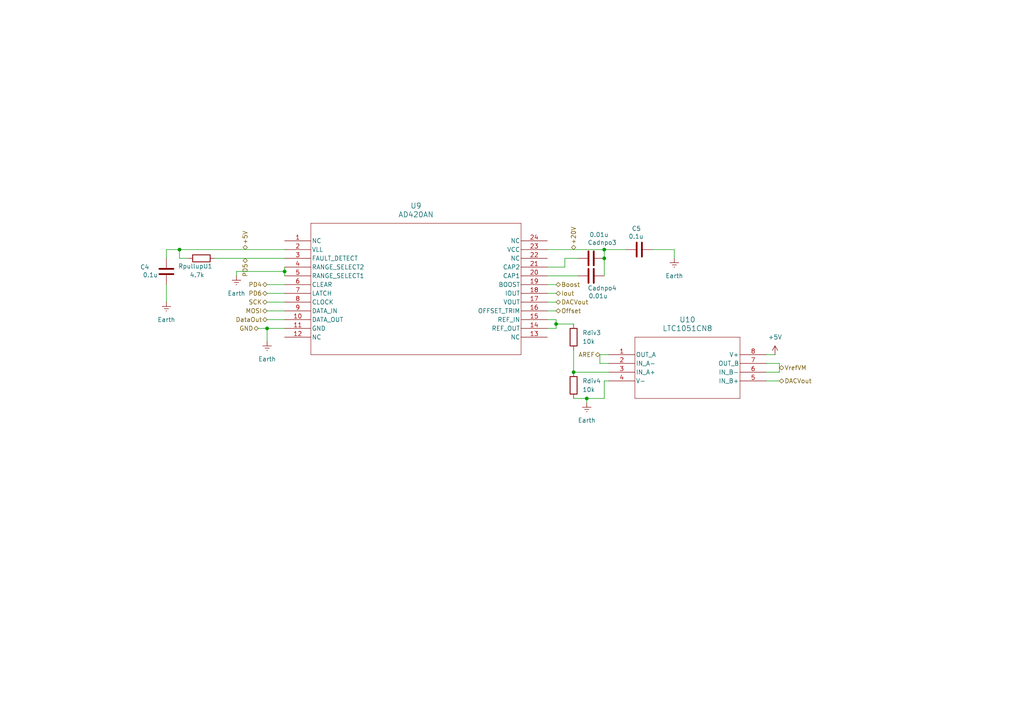
<source format=kicad_sch>
(kicad_sch
	(version 20250114)
	(generator "eeschema")
	(generator_version "9.0")
	(uuid "94a1409c-3a2b-4506-8a36-deb108f7f94d")
	(paper "A4")
	(lib_symbols
		(symbol "2025-06-17_04-55-43:LTC1051CN8-PBF"
			(pin_names
				(offset 0.254)
			)
			(exclude_from_sim no)
			(in_bom yes)
			(on_board yes)
			(property "Reference" "U"
				(at 22.86 10.16 0)
				(effects
					(font
						(size 1.524 1.524)
					)
				)
			)
			(property "Value" "LTC1051CN8-PBF"
				(at 22.86 7.62 0)
				(effects
					(font
						(size 1.524 1.524)
					)
				)
			)
			(property "Footprint" "PDIP-8_N_LIT"
				(at 0 0 0)
				(effects
					(font
						(size 1.27 1.27)
						(italic yes)
					)
					(hide yes)
				)
			)
			(property "Datasheet" "LTC1051CN8-PBF"
				(at 0 0 0)
				(effects
					(font
						(size 1.27 1.27)
						(italic yes)
					)
					(hide yes)
				)
			)
			(property "Description" ""
				(at 0 0 0)
				(effects
					(font
						(size 1.27 1.27)
					)
					(hide yes)
				)
			)
			(property "ki_locked" ""
				(at 0 0 0)
				(effects
					(font
						(size 1.27 1.27)
					)
				)
			)
			(property "ki_keywords" "LTC1051CN8#PBF"
				(at 0 0 0)
				(effects
					(font
						(size 1.27 1.27)
					)
					(hide yes)
				)
			)
			(property "ki_fp_filters" "PDIP-8_N_LIT"
				(at 0 0 0)
				(effects
					(font
						(size 1.27 1.27)
					)
					(hide yes)
				)
			)
			(symbol "LTC1051CN8-PBF_0_1"
				(polyline
					(pts
						(xy 7.62 5.08) (xy 7.62 -12.7)
					)
					(stroke
						(width 0.127)
						(type default)
					)
					(fill
						(type none)
					)
				)
				(polyline
					(pts
						(xy 7.62 -12.7) (xy 38.1 -12.7)
					)
					(stroke
						(width 0.127)
						(type default)
					)
					(fill
						(type none)
					)
				)
				(polyline
					(pts
						(xy 38.1 5.08) (xy 7.62 5.08)
					)
					(stroke
						(width 0.127)
						(type default)
					)
					(fill
						(type none)
					)
				)
				(polyline
					(pts
						(xy 38.1 -12.7) (xy 38.1 5.08)
					)
					(stroke
						(width 0.127)
						(type default)
					)
					(fill
						(type none)
					)
				)
				(pin output line
					(at 0 0 0)
					(length 7.62)
					(name "OUT_A"
						(effects
							(font
								(size 1.27 1.27)
							)
						)
					)
					(number "1"
						(effects
							(font
								(size 1.27 1.27)
							)
						)
					)
				)
				(pin input line
					(at 0 -2.54 0)
					(length 7.62)
					(name "IN_A-"
						(effects
							(font
								(size 1.27 1.27)
							)
						)
					)
					(number "2"
						(effects
							(font
								(size 1.27 1.27)
							)
						)
					)
				)
				(pin input line
					(at 0 -5.08 0)
					(length 7.62)
					(name "IN_A+"
						(effects
							(font
								(size 1.27 1.27)
							)
						)
					)
					(number "3"
						(effects
							(font
								(size 1.27 1.27)
							)
						)
					)
				)
				(pin power_in line
					(at 0 -7.62 0)
					(length 7.62)
					(name "V-"
						(effects
							(font
								(size 1.27 1.27)
							)
						)
					)
					(number "4"
						(effects
							(font
								(size 1.27 1.27)
							)
						)
					)
				)
				(pin power_in line
					(at 45.72 0 180)
					(length 7.62)
					(name "V+"
						(effects
							(font
								(size 1.27 1.27)
							)
						)
					)
					(number "8"
						(effects
							(font
								(size 1.27 1.27)
							)
						)
					)
				)
				(pin output line
					(at 45.72 -2.54 180)
					(length 7.62)
					(name "OUT_B"
						(effects
							(font
								(size 1.27 1.27)
							)
						)
					)
					(number "7"
						(effects
							(font
								(size 1.27 1.27)
							)
						)
					)
				)
				(pin input line
					(at 45.72 -5.08 180)
					(length 7.62)
					(name "IN_B-"
						(effects
							(font
								(size 1.27 1.27)
							)
						)
					)
					(number "6"
						(effects
							(font
								(size 1.27 1.27)
							)
						)
					)
				)
				(pin input line
					(at 45.72 -7.62 180)
					(length 7.62)
					(name "IN_B+"
						(effects
							(font
								(size 1.27 1.27)
							)
						)
					)
					(number "5"
						(effects
							(font
								(size 1.27 1.27)
							)
						)
					)
				)
			)
			(embedded_fonts no)
		)
		(symbol "2025-06-17_05-34-44:AD420ANZ-32"
			(pin_names
				(offset 0.254)
			)
			(exclude_from_sim no)
			(in_bom yes)
			(on_board yes)
			(property "Reference" "U"
				(at 38.1 10.16 0)
				(effects
					(font
						(size 1.524 1.524)
					)
				)
			)
			(property "Value" "AD420ANZ-32"
				(at 38.1 7.62 0)
				(effects
					(font
						(size 1.524 1.524)
					)
				)
			)
			(property "Footprint" "N_24_1_ADI"
				(at 0 0 0)
				(effects
					(font
						(size 1.27 1.27)
						(italic yes)
					)
					(hide yes)
				)
			)
			(property "Datasheet" "AD420ANZ-32"
				(at 0 0 0)
				(effects
					(font
						(size 1.27 1.27)
						(italic yes)
					)
					(hide yes)
				)
			)
			(property "Description" ""
				(at 0 0 0)
				(effects
					(font
						(size 1.27 1.27)
					)
					(hide yes)
				)
			)
			(property "ki_locked" ""
				(at 0 0 0)
				(effects
					(font
						(size 1.27 1.27)
					)
				)
			)
			(property "ki_keywords" "AD420ANZ-32"
				(at 0 0 0)
				(effects
					(font
						(size 1.27 1.27)
					)
					(hide yes)
				)
			)
			(property "ki_fp_filters" "N_24_1_ADI"
				(at 0 0 0)
				(effects
					(font
						(size 1.27 1.27)
					)
					(hide yes)
				)
			)
			(symbol "AD420ANZ-32_0_1"
				(polyline
					(pts
						(xy 7.62 5.08) (xy 7.62 -33.02)
					)
					(stroke
						(width 0.127)
						(type default)
					)
					(fill
						(type none)
					)
				)
				(polyline
					(pts
						(xy 7.62 -33.02) (xy 68.58 -33.02)
					)
					(stroke
						(width 0.127)
						(type default)
					)
					(fill
						(type none)
					)
				)
				(polyline
					(pts
						(xy 68.58 5.08) (xy 7.62 5.08)
					)
					(stroke
						(width 0.127)
						(type default)
					)
					(fill
						(type none)
					)
				)
				(polyline
					(pts
						(xy 68.58 -33.02) (xy 68.58 5.08)
					)
					(stroke
						(width 0.127)
						(type default)
					)
					(fill
						(type none)
					)
				)
				(pin unspecified line
					(at 0 0 0)
					(length 7.62)
					(name "NC"
						(effects
							(font
								(size 1.27 1.27)
							)
						)
					)
					(number "1"
						(effects
							(font
								(size 1.27 1.27)
							)
						)
					)
				)
				(pin power_in line
					(at 0 -2.54 0)
					(length 7.62)
					(name "VLL"
						(effects
							(font
								(size 1.27 1.27)
							)
						)
					)
					(number "2"
						(effects
							(font
								(size 1.27 1.27)
							)
						)
					)
				)
				(pin unspecified line
					(at 0 -5.08 0)
					(length 7.62)
					(name "FAULT_DETECT"
						(effects
							(font
								(size 1.27 1.27)
							)
						)
					)
					(number "3"
						(effects
							(font
								(size 1.27 1.27)
							)
						)
					)
				)
				(pin unspecified line
					(at 0 -7.62 0)
					(length 7.62)
					(name "RANGE_SELECT2"
						(effects
							(font
								(size 1.27 1.27)
							)
						)
					)
					(number "4"
						(effects
							(font
								(size 1.27 1.27)
							)
						)
					)
				)
				(pin unspecified line
					(at 0 -10.16 0)
					(length 7.62)
					(name "RANGE_SELECT1"
						(effects
							(font
								(size 1.27 1.27)
							)
						)
					)
					(number "5"
						(effects
							(font
								(size 1.27 1.27)
							)
						)
					)
				)
				(pin unspecified line
					(at 0 -12.7 0)
					(length 7.62)
					(name "CLEAR"
						(effects
							(font
								(size 1.27 1.27)
							)
						)
					)
					(number "6"
						(effects
							(font
								(size 1.27 1.27)
							)
						)
					)
				)
				(pin unspecified line
					(at 0 -15.24 0)
					(length 7.62)
					(name "LATCH"
						(effects
							(font
								(size 1.27 1.27)
							)
						)
					)
					(number "7"
						(effects
							(font
								(size 1.27 1.27)
							)
						)
					)
				)
				(pin unspecified line
					(at 0 -17.78 0)
					(length 7.62)
					(name "CLOCK"
						(effects
							(font
								(size 1.27 1.27)
							)
						)
					)
					(number "8"
						(effects
							(font
								(size 1.27 1.27)
							)
						)
					)
				)
				(pin unspecified line
					(at 0 -20.32 0)
					(length 7.62)
					(name "DATA_IN"
						(effects
							(font
								(size 1.27 1.27)
							)
						)
					)
					(number "9"
						(effects
							(font
								(size 1.27 1.27)
							)
						)
					)
				)
				(pin unspecified line
					(at 0 -22.86 0)
					(length 7.62)
					(name "DATA_OUT"
						(effects
							(font
								(size 1.27 1.27)
							)
						)
					)
					(number "10"
						(effects
							(font
								(size 1.27 1.27)
							)
						)
					)
				)
				(pin unspecified line
					(at 0 -25.4 0)
					(length 7.62)
					(name "GND"
						(effects
							(font
								(size 1.27 1.27)
							)
						)
					)
					(number "11"
						(effects
							(font
								(size 1.27 1.27)
							)
						)
					)
				)
				(pin unspecified line
					(at 0 -27.94 0)
					(length 7.62)
					(name "NC"
						(effects
							(font
								(size 1.27 1.27)
							)
						)
					)
					(number "12"
						(effects
							(font
								(size 1.27 1.27)
							)
						)
					)
				)
				(pin unspecified line
					(at 76.2 0 180)
					(length 7.62)
					(name "NC"
						(effects
							(font
								(size 1.27 1.27)
							)
						)
					)
					(number "24"
						(effects
							(font
								(size 1.27 1.27)
							)
						)
					)
				)
				(pin power_in line
					(at 76.2 -2.54 180)
					(length 7.62)
					(name "VCC"
						(effects
							(font
								(size 1.27 1.27)
							)
						)
					)
					(number "23"
						(effects
							(font
								(size 1.27 1.27)
							)
						)
					)
				)
				(pin unspecified line
					(at 76.2 -5.08 180)
					(length 7.62)
					(name "NC"
						(effects
							(font
								(size 1.27 1.27)
							)
						)
					)
					(number "22"
						(effects
							(font
								(size 1.27 1.27)
							)
						)
					)
				)
				(pin unspecified line
					(at 76.2 -7.62 180)
					(length 7.62)
					(name "CAP2"
						(effects
							(font
								(size 1.27 1.27)
							)
						)
					)
					(number "21"
						(effects
							(font
								(size 1.27 1.27)
							)
						)
					)
				)
				(pin unspecified line
					(at 76.2 -10.16 180)
					(length 7.62)
					(name "CAP1"
						(effects
							(font
								(size 1.27 1.27)
							)
						)
					)
					(number "20"
						(effects
							(font
								(size 1.27 1.27)
							)
						)
					)
				)
				(pin unspecified line
					(at 76.2 -12.7 180)
					(length 7.62)
					(name "BOOST"
						(effects
							(font
								(size 1.27 1.27)
							)
						)
					)
					(number "19"
						(effects
							(font
								(size 1.27 1.27)
							)
						)
					)
				)
				(pin unspecified line
					(at 76.2 -15.24 180)
					(length 7.62)
					(name "IOUT"
						(effects
							(font
								(size 1.27 1.27)
							)
						)
					)
					(number "18"
						(effects
							(font
								(size 1.27 1.27)
							)
						)
					)
				)
				(pin unspecified line
					(at 76.2 -17.78 180)
					(length 7.62)
					(name "VOUT"
						(effects
							(font
								(size 1.27 1.27)
							)
						)
					)
					(number "17"
						(effects
							(font
								(size 1.27 1.27)
							)
						)
					)
				)
				(pin unspecified line
					(at 76.2 -20.32 180)
					(length 7.62)
					(name "OFFSET_TRIM"
						(effects
							(font
								(size 1.27 1.27)
							)
						)
					)
					(number "16"
						(effects
							(font
								(size 1.27 1.27)
							)
						)
					)
				)
				(pin unspecified line
					(at 76.2 -22.86 180)
					(length 7.62)
					(name "REF_IN"
						(effects
							(font
								(size 1.27 1.27)
							)
						)
					)
					(number "15"
						(effects
							(font
								(size 1.27 1.27)
							)
						)
					)
				)
				(pin unspecified line
					(at 76.2 -25.4 180)
					(length 7.62)
					(name "REF_OUT"
						(effects
							(font
								(size 1.27 1.27)
							)
						)
					)
					(number "14"
						(effects
							(font
								(size 1.27 1.27)
							)
						)
					)
				)
				(pin unspecified line
					(at 76.2 -27.94 180)
					(length 7.62)
					(name "NC"
						(effects
							(font
								(size 1.27 1.27)
							)
						)
					)
					(number "13"
						(effects
							(font
								(size 1.27 1.27)
							)
						)
					)
				)
			)
			(embedded_fonts no)
		)
		(symbol "Device:C"
			(pin_numbers
				(hide yes)
			)
			(pin_names
				(offset 0.254)
			)
			(exclude_from_sim no)
			(in_bom yes)
			(on_board yes)
			(property "Reference" "C"
				(at 0.635 2.54 0)
				(effects
					(font
						(size 1.27 1.27)
					)
					(justify left)
				)
			)
			(property "Value" "C"
				(at 0.635 -2.54 0)
				(effects
					(font
						(size 1.27 1.27)
					)
					(justify left)
				)
			)
			(property "Footprint" ""
				(at 0.9652 -3.81 0)
				(effects
					(font
						(size 1.27 1.27)
					)
					(hide yes)
				)
			)
			(property "Datasheet" "~"
				(at 0 0 0)
				(effects
					(font
						(size 1.27 1.27)
					)
					(hide yes)
				)
			)
			(property "Description" "Unpolarized capacitor"
				(at 0 0 0)
				(effects
					(font
						(size 1.27 1.27)
					)
					(hide yes)
				)
			)
			(property "ki_keywords" "cap capacitor"
				(at 0 0 0)
				(effects
					(font
						(size 1.27 1.27)
					)
					(hide yes)
				)
			)
			(property "ki_fp_filters" "C_*"
				(at 0 0 0)
				(effects
					(font
						(size 1.27 1.27)
					)
					(hide yes)
				)
			)
			(symbol "C_0_1"
				(polyline
					(pts
						(xy -2.032 0.762) (xy 2.032 0.762)
					)
					(stroke
						(width 0.508)
						(type default)
					)
					(fill
						(type none)
					)
				)
				(polyline
					(pts
						(xy -2.032 -0.762) (xy 2.032 -0.762)
					)
					(stroke
						(width 0.508)
						(type default)
					)
					(fill
						(type none)
					)
				)
			)
			(symbol "C_1_1"
				(pin passive line
					(at 0 3.81 270)
					(length 2.794)
					(name "~"
						(effects
							(font
								(size 1.27 1.27)
							)
						)
					)
					(number "1"
						(effects
							(font
								(size 1.27 1.27)
							)
						)
					)
				)
				(pin passive line
					(at 0 -3.81 90)
					(length 2.794)
					(name "~"
						(effects
							(font
								(size 1.27 1.27)
							)
						)
					)
					(number "2"
						(effects
							(font
								(size 1.27 1.27)
							)
						)
					)
				)
			)
			(embedded_fonts no)
		)
		(symbol "Device:R"
			(pin_numbers
				(hide yes)
			)
			(pin_names
				(offset 0)
			)
			(exclude_from_sim no)
			(in_bom yes)
			(on_board yes)
			(property "Reference" "R"
				(at 2.54 0 90)
				(effects
					(font
						(size 1.27 1.27)
					)
				)
			)
			(property "Value" "R"
				(at 0 0 90)
				(effects
					(font
						(size 1.27 1.27)
					)
				)
			)
			(property "Footprint" ""
				(at -1.778 0 90)
				(effects
					(font
						(size 1.27 1.27)
					)
					(hide yes)
				)
			)
			(property "Datasheet" "~"
				(at 0 0 0)
				(effects
					(font
						(size 1.27 1.27)
					)
					(hide yes)
				)
			)
			(property "Description" "Resistor"
				(at 5.842 2.032 0)
				(effects
					(font
						(size 1.27 1.27)
					)
					(hide yes)
				)
			)
			(property "ki_keywords" "R res resistor"
				(at 0 0 0)
				(effects
					(font
						(size 1.27 1.27)
					)
					(hide yes)
				)
			)
			(property "ki_fp_filters" "R_*"
				(at 0 0 0)
				(effects
					(font
						(size 1.27 1.27)
					)
					(hide yes)
				)
			)
			(symbol "R_0_1"
				(rectangle
					(start -1.016 -2.54)
					(end 1.016 2.54)
					(stroke
						(width 0.254)
						(type default)
					)
					(fill
						(type none)
					)
				)
			)
			(symbol "R_1_1"
				(pin passive line
					(at 0 3.81 270)
					(length 1.27)
					(name "~"
						(effects
							(font
								(size 1.27 1.27)
							)
						)
					)
					(number "1"
						(effects
							(font
								(size 1.27 1.27)
							)
						)
					)
				)
				(pin passive line
					(at 0 -3.81 90)
					(length 1.27)
					(name "~"
						(effects
							(font
								(size 1.27 1.27)
							)
						)
					)
					(number "2"
						(effects
							(font
								(size 1.27 1.27)
							)
						)
					)
				)
			)
			(embedded_fonts no)
		)
		(symbol "power:+5V"
			(power)
			(pin_numbers
				(hide yes)
			)
			(pin_names
				(offset 0)
				(hide yes)
			)
			(exclude_from_sim no)
			(in_bom yes)
			(on_board yes)
			(property "Reference" "#PWR"
				(at 0 -3.81 0)
				(effects
					(font
						(size 1.27 1.27)
					)
					(hide yes)
				)
			)
			(property "Value" "+5V"
				(at 0 3.556 0)
				(effects
					(font
						(size 1.27 1.27)
					)
				)
			)
			(property "Footprint" ""
				(at 0 0 0)
				(effects
					(font
						(size 1.27 1.27)
					)
					(hide yes)
				)
			)
			(property "Datasheet" ""
				(at 0 0 0)
				(effects
					(font
						(size 1.27 1.27)
					)
					(hide yes)
				)
			)
			(property "Description" "Power symbol creates a global label with name \"+5V\""
				(at 0 0 0)
				(effects
					(font
						(size 1.27 1.27)
					)
					(hide yes)
				)
			)
			(property "ki_keywords" "global power"
				(at 0 0 0)
				(effects
					(font
						(size 1.27 1.27)
					)
					(hide yes)
				)
			)
			(symbol "+5V_0_1"
				(polyline
					(pts
						(xy -0.762 1.27) (xy 0 2.54)
					)
					(stroke
						(width 0)
						(type default)
					)
					(fill
						(type none)
					)
				)
				(polyline
					(pts
						(xy 0 2.54) (xy 0.762 1.27)
					)
					(stroke
						(width 0)
						(type default)
					)
					(fill
						(type none)
					)
				)
				(polyline
					(pts
						(xy 0 0) (xy 0 2.54)
					)
					(stroke
						(width 0)
						(type default)
					)
					(fill
						(type none)
					)
				)
			)
			(symbol "+5V_1_1"
				(pin power_in line
					(at 0 0 90)
					(length 0)
					(name "~"
						(effects
							(font
								(size 1.27 1.27)
							)
						)
					)
					(number "1"
						(effects
							(font
								(size 1.27 1.27)
							)
						)
					)
				)
			)
			(embedded_fonts no)
		)
		(symbol "power:Earth"
			(power)
			(pin_numbers
				(hide yes)
			)
			(pin_names
				(offset 0)
				(hide yes)
			)
			(exclude_from_sim no)
			(in_bom yes)
			(on_board yes)
			(property "Reference" "#PWR"
				(at 0 -6.35 0)
				(effects
					(font
						(size 1.27 1.27)
					)
					(hide yes)
				)
			)
			(property "Value" "Earth"
				(at 0 -3.81 0)
				(effects
					(font
						(size 1.27 1.27)
					)
				)
			)
			(property "Footprint" ""
				(at 0 0 0)
				(effects
					(font
						(size 1.27 1.27)
					)
					(hide yes)
				)
			)
			(property "Datasheet" "~"
				(at 0 0 0)
				(effects
					(font
						(size 1.27 1.27)
					)
					(hide yes)
				)
			)
			(property "Description" "Power symbol creates a global label with name \"Earth\""
				(at 0 0 0)
				(effects
					(font
						(size 1.27 1.27)
					)
					(hide yes)
				)
			)
			(property "ki_keywords" "global ground gnd"
				(at 0 0 0)
				(effects
					(font
						(size 1.27 1.27)
					)
					(hide yes)
				)
			)
			(symbol "Earth_0_1"
				(polyline
					(pts
						(xy -0.635 -1.905) (xy 0.635 -1.905)
					)
					(stroke
						(width 0)
						(type default)
					)
					(fill
						(type none)
					)
				)
				(polyline
					(pts
						(xy -0.127 -2.54) (xy 0.127 -2.54)
					)
					(stroke
						(width 0)
						(type default)
					)
					(fill
						(type none)
					)
				)
				(polyline
					(pts
						(xy 0 -1.27) (xy 0 0)
					)
					(stroke
						(width 0)
						(type default)
					)
					(fill
						(type none)
					)
				)
				(polyline
					(pts
						(xy 1.27 -1.27) (xy -1.27 -1.27)
					)
					(stroke
						(width 0)
						(type default)
					)
					(fill
						(type none)
					)
				)
			)
			(symbol "Earth_1_1"
				(pin power_in line
					(at 0 0 270)
					(length 0)
					(name "~"
						(effects
							(font
								(size 1.27 1.27)
							)
						)
					)
					(number "1"
						(effects
							(font
								(size 1.27 1.27)
							)
						)
					)
				)
			)
			(embedded_fonts no)
		)
	)
	(junction
		(at 170.18 115.57)
		(diameter 0)
		(color 0 0 0 0)
		(uuid "0608b120-37f5-44a1-9bc3-fdee8259e5dd")
	)
	(junction
		(at 52.07 72.39)
		(diameter 0)
		(color 0 0 0 0)
		(uuid "3dd6a81d-0b25-4d2f-8112-72b80e57bb98")
	)
	(junction
		(at 166.37 107.95)
		(diameter 0)
		(color 0 0 0 0)
		(uuid "44beae4d-d168-40b1-89c0-e6fa07ebd91a")
	)
	(junction
		(at 175.26 72.39)
		(diameter 0)
		(color 0 0 0 0)
		(uuid "4d25c2af-47bd-4b1f-959a-e941c39926f1")
	)
	(junction
		(at 161.29 93.98)
		(diameter 0)
		(color 0 0 0 0)
		(uuid "6f49ef02-4cae-4f64-ab84-8d64f480af04")
	)
	(junction
		(at 77.47 95.25)
		(diameter 0)
		(color 0 0 0 0)
		(uuid "8cefa89f-f8e5-427a-96cb-6643ba7f38ff")
	)
	(junction
		(at 175.26 74.93)
		(diameter 0)
		(color 0 0 0 0)
		(uuid "bab4582c-0ce4-4d38-8971-173c83627d74")
	)
	(junction
		(at 82.55 78.74)
		(diameter 0)
		(color 0 0 0 0)
		(uuid "e5e125f9-9365-4f08-b343-e7b8abfbb0b1")
	)
	(wire
		(pts
			(xy 158.75 72.39) (xy 175.26 72.39)
		)
		(stroke
			(width 0)
			(type default)
		)
		(uuid "04c4ef7e-ae7e-41fb-b818-dbbb62d796b6")
	)
	(wire
		(pts
			(xy 161.29 95.25) (xy 158.75 95.25)
		)
		(stroke
			(width 0)
			(type default)
		)
		(uuid "13cd024d-5cd3-4f0b-9b47-35b4b59550df")
	)
	(wire
		(pts
			(xy 158.75 80.01) (xy 167.64 80.01)
		)
		(stroke
			(width 0)
			(type default)
		)
		(uuid "15baef3c-56d4-4319-aced-c772ab4dffcd")
	)
	(wire
		(pts
			(xy 163.83 74.93) (xy 167.64 74.93)
		)
		(stroke
			(width 0)
			(type default)
		)
		(uuid "197100d6-b2a5-4d0b-9ea4-af899ca5fa93")
	)
	(wire
		(pts
			(xy 175.26 110.49) (xy 175.26 115.57)
		)
		(stroke
			(width 0)
			(type default)
		)
		(uuid "1a11f9b5-1345-4920-81d8-c863e4882503")
	)
	(wire
		(pts
			(xy 77.47 82.55) (xy 82.55 82.55)
		)
		(stroke
			(width 0)
			(type default)
		)
		(uuid "23042fca-9780-4aa3-b5fc-3773bdf3214e")
	)
	(wire
		(pts
			(xy 173.99 105.41) (xy 173.99 102.87)
		)
		(stroke
			(width 0)
			(type default)
		)
		(uuid "268f39c2-b1f8-4184-85aa-9e3339d23e19")
	)
	(wire
		(pts
			(xy 48.26 72.39) (xy 52.07 72.39)
		)
		(stroke
			(width 0)
			(type default)
		)
		(uuid "2fa187bf-4ece-4a07-a347-bbafa8ad95f3")
	)
	(wire
		(pts
			(xy 170.18 115.57) (xy 170.18 116.84)
		)
		(stroke
			(width 0)
			(type default)
		)
		(uuid "36465b46-e03e-4202-bd27-e0cf5fbf672b")
	)
	(wire
		(pts
			(xy 175.26 72.39) (xy 181.61 72.39)
		)
		(stroke
			(width 0)
			(type default)
		)
		(uuid "4008f4ed-2b7f-4d9e-9dac-7fb3d6ff8517")
	)
	(wire
		(pts
			(xy 161.29 93.98) (xy 161.29 95.25)
		)
		(stroke
			(width 0)
			(type default)
		)
		(uuid "46f19d99-1812-40c4-b1da-c4c8a08c855d")
	)
	(wire
		(pts
			(xy 195.58 72.39) (xy 195.58 74.93)
		)
		(stroke
			(width 0)
			(type default)
		)
		(uuid "4d905578-4750-49bc-b8ed-3da51a4d8a55")
	)
	(wire
		(pts
			(xy 48.26 72.39) (xy 48.26 74.93)
		)
		(stroke
			(width 0)
			(type default)
		)
		(uuid "4f8385f9-9bfe-42c8-8361-5b277d7b91fc")
	)
	(wire
		(pts
			(xy 77.47 95.25) (xy 82.55 95.25)
		)
		(stroke
			(width 0)
			(type default)
		)
		(uuid "55d11474-8459-4134-a241-85ccf425664a")
	)
	(wire
		(pts
			(xy 68.58 78.74) (xy 82.55 78.74)
		)
		(stroke
			(width 0)
			(type default)
		)
		(uuid "60f9d344-15e3-43f6-a9eb-dcff1a2cdfc2")
	)
	(wire
		(pts
			(xy 82.55 78.74) (xy 82.55 80.01)
		)
		(stroke
			(width 0)
			(type default)
		)
		(uuid "63b64ecd-f75b-4014-86a2-8c535c988567")
	)
	(wire
		(pts
			(xy 77.47 92.71) (xy 82.55 92.71)
		)
		(stroke
			(width 0)
			(type default)
		)
		(uuid "646e38ca-ce15-4f87-b962-f5023b03009e")
	)
	(wire
		(pts
			(xy 222.25 102.87) (xy 224.79 102.87)
		)
		(stroke
			(width 0)
			(type default)
		)
		(uuid "692debf0-681a-4478-b079-f35376ae96f7")
	)
	(wire
		(pts
			(xy 175.26 74.93) (xy 175.26 80.01)
		)
		(stroke
			(width 0)
			(type default)
		)
		(uuid "7205518e-1e8b-4a87-9518-2aaae07c02f9")
	)
	(wire
		(pts
			(xy 52.07 72.39) (xy 52.07 74.93)
		)
		(stroke
			(width 0)
			(type default)
		)
		(uuid "77e1a81d-d4bc-4052-8fdf-54242b7e9cb2")
	)
	(wire
		(pts
			(xy 74.93 95.25) (xy 77.47 95.25)
		)
		(stroke
			(width 0)
			(type default)
		)
		(uuid "7adb4549-e839-4ad5-8f75-dbbb16faf8c1")
	)
	(wire
		(pts
			(xy 176.53 105.41) (xy 173.99 105.41)
		)
		(stroke
			(width 0)
			(type default)
		)
		(uuid "7f5752f6-c623-4285-b5d3-fd40f2732115")
	)
	(wire
		(pts
			(xy 173.99 102.87) (xy 176.53 102.87)
		)
		(stroke
			(width 0)
			(type default)
		)
		(uuid "8363dffd-f3c2-4161-b769-e08343db3e22")
	)
	(wire
		(pts
			(xy 176.53 107.95) (xy 166.37 107.95)
		)
		(stroke
			(width 0)
			(type default)
		)
		(uuid "85ccb1e0-4b46-4df7-b8b1-15a6838e3b12")
	)
	(wire
		(pts
			(xy 82.55 77.47) (xy 82.55 78.74)
		)
		(stroke
			(width 0)
			(type default)
		)
		(uuid "866aa37a-1a1f-4f69-9588-a4513ecf373c")
	)
	(wire
		(pts
			(xy 68.58 78.74) (xy 68.58 80.01)
		)
		(stroke
			(width 0)
			(type default)
		)
		(uuid "873e3546-e439-4163-a2ec-590812c20e05")
	)
	(wire
		(pts
			(xy 158.75 90.17) (xy 161.29 90.17)
		)
		(stroke
			(width 0)
			(type default)
		)
		(uuid "874590e4-3a15-4c31-954e-6868efeeb843")
	)
	(wire
		(pts
			(xy 77.47 90.17) (xy 82.55 90.17)
		)
		(stroke
			(width 0)
			(type default)
		)
		(uuid "8fdf4a65-dbec-44c2-8256-c6bbfd72d88c")
	)
	(wire
		(pts
			(xy 158.75 92.71) (xy 161.29 92.71)
		)
		(stroke
			(width 0)
			(type default)
		)
		(uuid "9003754b-173a-4c11-b89b-87935c9da86b")
	)
	(wire
		(pts
			(xy 48.26 82.55) (xy 48.26 87.63)
		)
		(stroke
			(width 0)
			(type default)
		)
		(uuid "9370c5aa-d234-4335-80ce-002ceb0b83b7")
	)
	(wire
		(pts
			(xy 52.07 72.39) (xy 82.55 72.39)
		)
		(stroke
			(width 0)
			(type default)
		)
		(uuid "9e23c5ef-ef71-4cca-9932-987e0f2134ff")
	)
	(wire
		(pts
			(xy 158.75 82.55) (xy 161.29 82.55)
		)
		(stroke
			(width 0)
			(type default)
		)
		(uuid "ac465d2e-c9ee-4fba-a391-5bf0371a25c0")
	)
	(wire
		(pts
			(xy 158.75 87.63) (xy 161.29 87.63)
		)
		(stroke
			(width 0)
			(type default)
		)
		(uuid "b2d9990f-8db4-418a-a719-a0e7934fc080")
	)
	(wire
		(pts
			(xy 161.29 92.71) (xy 161.29 93.98)
		)
		(stroke
			(width 0)
			(type default)
		)
		(uuid "b718b6c6-90e4-4726-a431-dde538442881")
	)
	(wire
		(pts
			(xy 161.29 93.98) (xy 166.37 93.98)
		)
		(stroke
			(width 0)
			(type default)
		)
		(uuid "b8baf57b-2505-4fdc-9584-871d556b9e66")
	)
	(wire
		(pts
			(xy 175.26 110.49) (xy 176.53 110.49)
		)
		(stroke
			(width 0)
			(type default)
		)
		(uuid "bbdbedf8-c1bb-4f1a-8c3f-6e4f776f07cf")
	)
	(wire
		(pts
			(xy 226.06 105.41) (xy 226.06 107.95)
		)
		(stroke
			(width 0)
			(type default)
		)
		(uuid "c3478b2a-e3ee-4a50-a615-510587f984f8")
	)
	(wire
		(pts
			(xy 166.37 115.57) (xy 170.18 115.57)
		)
		(stroke
			(width 0)
			(type default)
		)
		(uuid "c632ba2d-5688-43f9-912f-b9f6e8917e0c")
	)
	(wire
		(pts
			(xy 158.75 85.09) (xy 161.29 85.09)
		)
		(stroke
			(width 0)
			(type default)
		)
		(uuid "c93e1249-8206-449b-a354-0c0446482fae")
	)
	(wire
		(pts
			(xy 52.07 74.93) (xy 54.61 74.93)
		)
		(stroke
			(width 0)
			(type default)
		)
		(uuid "cb7a8261-6fe1-42d0-a45a-ea085189e8eb")
	)
	(wire
		(pts
			(xy 222.25 107.95) (xy 226.06 107.95)
		)
		(stroke
			(width 0)
			(type default)
		)
		(uuid "cf5674c4-8e9f-4f4a-b153-18ea835797d5")
	)
	(wire
		(pts
			(xy 166.37 101.6) (xy 166.37 107.95)
		)
		(stroke
			(width 0)
			(type default)
		)
		(uuid "d073e749-c4cd-4ba5-9370-ff6e530be8a9")
	)
	(wire
		(pts
			(xy 77.47 99.06) (xy 77.47 95.25)
		)
		(stroke
			(width 0)
			(type default)
		)
		(uuid "d2af53d8-5b02-46ed-a31b-0d547ea55d4d")
	)
	(wire
		(pts
			(xy 222.25 105.41) (xy 226.06 105.41)
		)
		(stroke
			(width 0)
			(type default)
		)
		(uuid "ddf4e2ee-9b49-4a8e-bece-76bab14587d0")
	)
	(wire
		(pts
			(xy 175.26 74.93) (xy 175.26 72.39)
		)
		(stroke
			(width 0)
			(type default)
		)
		(uuid "e2cd1131-33f5-499d-afc4-0f354f8f7306")
	)
	(wire
		(pts
			(xy 170.18 115.57) (xy 175.26 115.57)
		)
		(stroke
			(width 0)
			(type default)
		)
		(uuid "e41fa08c-ecc9-4d35-b625-ad2224eda304")
	)
	(wire
		(pts
			(xy 77.47 87.63) (xy 82.55 87.63)
		)
		(stroke
			(width 0)
			(type default)
		)
		(uuid "ed0c4ce3-c171-4764-8291-dd5fa03b7e43")
	)
	(wire
		(pts
			(xy 163.83 77.47) (xy 163.83 74.93)
		)
		(stroke
			(width 0)
			(type default)
		)
		(uuid "ef163f43-6f56-47eb-abbd-6facc354e32e")
	)
	(wire
		(pts
			(xy 222.25 110.49) (xy 226.06 110.49)
		)
		(stroke
			(width 0)
			(type default)
		)
		(uuid "f107d534-75e0-48ad-8cc1-73c002f70f9e")
	)
	(wire
		(pts
			(xy 77.47 85.09) (xy 82.55 85.09)
		)
		(stroke
			(width 0)
			(type default)
		)
		(uuid "f1805943-7398-4d6a-b8b8-4b6a3c43f10e")
	)
	(wire
		(pts
			(xy 62.23 74.93) (xy 82.55 74.93)
		)
		(stroke
			(width 0)
			(type default)
		)
		(uuid "f36a5062-8404-493f-9cb5-4cdfbb08c116")
	)
	(wire
		(pts
			(xy 189.23 72.39) (xy 195.58 72.39)
		)
		(stroke
			(width 0)
			(type default)
		)
		(uuid "f5d3478b-d0d9-49a4-aa57-2359b122a9b4")
	)
	(wire
		(pts
			(xy 158.75 77.47) (xy 163.83 77.47)
		)
		(stroke
			(width 0)
			(type default)
		)
		(uuid "faa49016-8016-4af2-bdce-d3afc118bce4")
	)
	(hierarchical_label "AREF"
		(shape bidirectional)
		(at 173.99 102.87 180)
		(effects
			(font
				(size 1.27 1.27)
			)
			(justify right)
		)
		(uuid "0589f11d-2654-4188-9387-d455085e273f")
	)
	(hierarchical_label "SCK"
		(shape bidirectional)
		(at 77.47 87.63 180)
		(effects
			(font
				(size 1.27 1.27)
			)
			(justify right)
		)
		(uuid "177cdecb-6a2b-43ad-bd95-a562ba6add3b")
	)
	(hierarchical_label "MOSI"
		(shape bidirectional)
		(at 77.47 90.17 180)
		(effects
			(font
				(size 1.27 1.27)
			)
			(justify right)
		)
		(uuid "36f7103b-ab05-4c70-a855-96de76ef7a32")
	)
	(hierarchical_label "DACVout"
		(shape bidirectional)
		(at 226.06 110.49 0)
		(effects
			(font
				(size 1.27 1.27)
			)
			(justify left)
		)
		(uuid "3f900757-4bea-4268-b5f9-956b13e26172")
	)
	(hierarchical_label "PD5"
		(shape bidirectional)
		(at 71.12 74.93 270)
		(effects
			(font
				(size 1.27 1.27)
			)
			(justify right)
		)
		(uuid "443e33c7-a100-4b6e-a4c6-389c924176e2")
	)
	(hierarchical_label "DataOut"
		(shape bidirectional)
		(at 77.47 92.71 180)
		(effects
			(font
				(size 1.27 1.27)
			)
			(justify right)
		)
		(uuid "5e98db21-0fb6-4b45-ace3-ab02a1200e77")
	)
	(hierarchical_label "+5V"
		(shape bidirectional)
		(at 71.12 72.39 90)
		(effects
			(font
				(size 1.27 1.27)
			)
			(justify left)
		)
		(uuid "6319e994-caf2-4f17-98ea-bb3782bac074")
	)
	(hierarchical_label "DACVout"
		(shape bidirectional)
		(at 161.29 87.63 0)
		(effects
			(font
				(size 1.27 1.27)
			)
			(justify left)
		)
		(uuid "6f732a5d-5058-4853-bd8a-fbd6b5bc3f22")
	)
	(hierarchical_label "PD4"
		(shape bidirectional)
		(at 77.47 82.55 180)
		(effects
			(font
				(size 1.27 1.27)
			)
			(justify right)
		)
		(uuid "855ca46f-d57e-4fdf-96c7-6482252255c7")
	)
	(hierarchical_label "Offset"
		(shape bidirectional)
		(at 161.29 90.17 0)
		(effects
			(font
				(size 1.27 1.27)
			)
			(justify left)
		)
		(uuid "90ebd933-c669-4e48-9c1c-014903a38ef2")
	)
	(hierarchical_label "Boost"
		(shape bidirectional)
		(at 161.29 82.55 0)
		(effects
			(font
				(size 1.27 1.27)
			)
			(justify left)
		)
		(uuid "93694346-b1bf-4725-9557-02586f8f1393")
	)
	(hierarchical_label "VrefVM"
		(shape bidirectional)
		(at 226.06 106.68 0)
		(effects
			(font
				(size 1.27 1.27)
			)
			(justify left)
		)
		(uuid "9b29c17c-3268-40b2-bf3a-838e6a0ef6f8")
	)
	(hierarchical_label "GND"
		(shape bidirectional)
		(at 74.93 95.25 180)
		(effects
			(font
				(size 1.27 1.27)
			)
			(justify right)
		)
		(uuid "a3ebbbd6-7bf4-44d6-802d-aaff27fb6de7")
	)
	(hierarchical_label "+20V"
		(shape bidirectional)
		(at 166.37 72.39 90)
		(effects
			(font
				(size 1.27 1.27)
			)
			(justify left)
		)
		(uuid "b3cd6240-882f-4982-a3df-274c53426210")
	)
	(hierarchical_label "Iout"
		(shape bidirectional)
		(at 161.29 85.09 0)
		(effects
			(font
				(size 1.27 1.27)
			)
			(justify left)
		)
		(uuid "b73fddce-73e9-4c6f-b667-db7ce425b2fb")
	)
	(hierarchical_label "PD6"
		(shape bidirectional)
		(at 77.47 85.09 180)
		(effects
			(font
				(size 1.27 1.27)
			)
			(justify right)
		)
		(uuid "c8b5c915-319c-4a32-94a8-90a785cece08")
	)
	(symbol
		(lib_id "power:Earth")
		(at 77.47 99.06 0)
		(unit 1)
		(exclude_from_sim no)
		(in_bom yes)
		(on_board yes)
		(dnp no)
		(fields_autoplaced yes)
		(uuid "103ce340-c3a9-4ccb-9757-79a7d9b29bbe")
		(property "Reference" "#PWR038"
			(at 77.47 105.41 0)
			(effects
				(font
					(size 1.27 1.27)
				)
				(hide yes)
			)
		)
		(property "Value" "Earth"
			(at 77.47 104.14 0)
			(effects
				(font
					(size 1.27 1.27)
				)
			)
		)
		(property "Footprint" ""
			(at 77.47 99.06 0)
			(effects
				(font
					(size 1.27 1.27)
				)
				(hide yes)
			)
		)
		(property "Datasheet" "~"
			(at 77.47 99.06 0)
			(effects
				(font
					(size 1.27 1.27)
				)
				(hide yes)
			)
		)
		(property "Description" "Power symbol creates a global label with name \"Earth\""
			(at 77.47 99.06 0)
			(effects
				(font
					(size 1.27 1.27)
				)
				(hide yes)
			)
		)
		(pin "1"
			(uuid "7d88892c-1a3d-42a4-b5f5-b91a1afccd53")
		)
		(instances
			(project "Testingg"
				(path "/d079f0dd-1bb9-4c7d-8651-3665194d0900/1a0020cc-3815-4254-b521-7e4d7577876d"
					(reference "#PWR038")
					(unit 1)
				)
			)
		)
	)
	(symbol
		(lib_id "Device:C")
		(at 171.45 74.93 90)
		(unit 1)
		(exclude_from_sim no)
		(in_bom yes)
		(on_board yes)
		(dnp no)
		(uuid "123d4106-7551-4ff9-b67a-8b823f0299d0")
		(property "Reference" "Cadnpo3"
			(at 170.434 70.358 90)
			(effects
				(font
					(size 1.27 1.27)
				)
				(justify right)
			)
		)
		(property "Value" "0.01u"
			(at 170.942 68.072 90)
			(effects
				(font
					(size 1.27 1.27)
				)
				(justify right)
			)
		)
		(property "Footprint" "Capacitor_SMD:C_1206_3216Metric"
			(at 175.26 73.9648 0)
			(effects
				(font
					(size 1.27 1.27)
				)
				(hide yes)
			)
		)
		(property "Datasheet" "~"
			(at 171.45 74.93 0)
			(effects
				(font
					(size 1.27 1.27)
				)
				(hide yes)
			)
		)
		(property "Description" "Unpolarized capacitor"
			(at 171.45 74.93 0)
			(effects
				(font
					(size 1.27 1.27)
				)
				(hide yes)
			)
		)
		(pin "2"
			(uuid "4b98a878-0e16-48c3-91aa-7aa2fe3a52c1")
		)
		(pin "1"
			(uuid "cd9da54c-8752-4efd-9e34-95fe8ec85916")
		)
		(instances
			(project "Testingg"
				(path "/d079f0dd-1bb9-4c7d-8651-3665194d0900/1a0020cc-3815-4254-b521-7e4d7577876d"
					(reference "Cadnpo3")
					(unit 1)
				)
			)
		)
	)
	(symbol
		(lib_id "power:Earth")
		(at 170.18 116.84 0)
		(unit 1)
		(exclude_from_sim no)
		(in_bom yes)
		(on_board yes)
		(dnp no)
		(fields_autoplaced yes)
		(uuid "3d760a89-1ead-4aa8-81c3-6a67d002e9ad")
		(property "Reference" "#PWR015"
			(at 170.18 123.19 0)
			(effects
				(font
					(size 1.27 1.27)
				)
				(hide yes)
			)
		)
		(property "Value" "Earth"
			(at 170.18 121.92 0)
			(effects
				(font
					(size 1.27 1.27)
				)
			)
		)
		(property "Footprint" ""
			(at 170.18 116.84 0)
			(effects
				(font
					(size 1.27 1.27)
				)
				(hide yes)
			)
		)
		(property "Datasheet" "~"
			(at 170.18 116.84 0)
			(effects
				(font
					(size 1.27 1.27)
				)
				(hide yes)
			)
		)
		(property "Description" "Power symbol creates a global label with name \"Earth\""
			(at 170.18 116.84 0)
			(effects
				(font
					(size 1.27 1.27)
				)
				(hide yes)
			)
		)
		(pin "1"
			(uuid "686934ad-650b-46f0-8ca2-74c2f13d4164")
		)
		(instances
			(project "Testingg"
				(path "/d079f0dd-1bb9-4c7d-8651-3665194d0900/1a0020cc-3815-4254-b521-7e4d7577876d"
					(reference "#PWR015")
					(unit 1)
				)
			)
		)
	)
	(symbol
		(lib_id "power:Earth")
		(at 68.58 80.01 0)
		(unit 1)
		(exclude_from_sim no)
		(in_bom yes)
		(on_board yes)
		(dnp no)
		(fields_autoplaced yes)
		(uuid "3ea6cb79-e419-4e3f-926e-47900c34e02e")
		(property "Reference" "#PWR012"
			(at 68.58 86.36 0)
			(effects
				(font
					(size 1.27 1.27)
				)
				(hide yes)
			)
		)
		(property "Value" "Earth"
			(at 68.58 85.09 0)
			(effects
				(font
					(size 1.27 1.27)
				)
			)
		)
		(property "Footprint" ""
			(at 68.58 80.01 0)
			(effects
				(font
					(size 1.27 1.27)
				)
				(hide yes)
			)
		)
		(property "Datasheet" "~"
			(at 68.58 80.01 0)
			(effects
				(font
					(size 1.27 1.27)
				)
				(hide yes)
			)
		)
		(property "Description" "Power symbol creates a global label with name \"Earth\""
			(at 68.58 80.01 0)
			(effects
				(font
					(size 1.27 1.27)
				)
				(hide yes)
			)
		)
		(pin "1"
			(uuid "41a27b8c-76bb-41df-a667-031f2142217f")
		)
		(instances
			(project "Testingg"
				(path "/d079f0dd-1bb9-4c7d-8651-3665194d0900/1a0020cc-3815-4254-b521-7e4d7577876d"
					(reference "#PWR012")
					(unit 1)
				)
			)
		)
	)
	(symbol
		(lib_id "Device:C")
		(at 185.42 72.39 270)
		(unit 1)
		(exclude_from_sim no)
		(in_bom yes)
		(on_board yes)
		(dnp no)
		(uuid "40586b7c-b79a-4f7a-a5dc-b81e0354d4a8")
		(property "Reference" "C5"
			(at 185.928 66.294 90)
			(effects
				(font
					(size 1.27 1.27)
				)
				(justify right)
			)
		)
		(property "Value" "0.1u"
			(at 186.6899 68.58 90)
			(effects
				(font
					(size 1.27 1.27)
				)
				(justify right)
			)
		)
		(property "Footprint" "Capacitor_SMD:C_1206_3216Metric"
			(at 181.61 73.3552 0)
			(effects
				(font
					(size 1.27 1.27)
				)
				(hide yes)
			)
		)
		(property "Datasheet" "~"
			(at 185.42 72.39 0)
			(effects
				(font
					(size 1.27 1.27)
				)
				(hide yes)
			)
		)
		(property "Description" "Unpolarized capacitor"
			(at 185.42 72.39 0)
			(effects
				(font
					(size 1.27 1.27)
				)
				(hide yes)
			)
		)
		(pin "2"
			(uuid "9d12016a-ecbb-4c00-9276-487a8a9efdf7")
		)
		(pin "1"
			(uuid "3e86e655-25e2-496b-b287-88da5335d32b")
		)
		(instances
			(project "Testingg"
				(path "/d079f0dd-1bb9-4c7d-8651-3665194d0900/1a0020cc-3815-4254-b521-7e4d7577876d"
					(reference "C5")
					(unit 1)
				)
			)
		)
	)
	(symbol
		(lib_id "Device:C")
		(at 48.26 78.74 180)
		(unit 1)
		(exclude_from_sim no)
		(in_bom yes)
		(on_board yes)
		(dnp no)
		(uuid "432f5778-659f-40f2-807b-643834690909")
		(property "Reference" "C4"
			(at 40.64 77.47 0)
			(effects
				(font
					(size 1.27 1.27)
				)
				(justify right)
			)
		)
		(property "Value" "0.1u"
			(at 41.402 79.756 0)
			(effects
				(font
					(size 1.27 1.27)
				)
				(justify right)
			)
		)
		(property "Footprint" "Capacitor_SMD:C_1206_3216Metric"
			(at 47.2948 74.93 0)
			(effects
				(font
					(size 1.27 1.27)
				)
				(hide yes)
			)
		)
		(property "Datasheet" "~"
			(at 48.26 78.74 0)
			(effects
				(font
					(size 1.27 1.27)
				)
				(hide yes)
			)
		)
		(property "Description" "Unpolarized capacitor"
			(at 48.26 78.74 0)
			(effects
				(font
					(size 1.27 1.27)
				)
				(hide yes)
			)
		)
		(pin "2"
			(uuid "8efa42c3-bf09-41c3-8c46-087df3639368")
		)
		(pin "1"
			(uuid "544c45d5-11af-402d-9d12-f7033825bb62")
		)
		(instances
			(project "Testingg"
				(path "/d079f0dd-1bb9-4c7d-8651-3665194d0900/1a0020cc-3815-4254-b521-7e4d7577876d"
					(reference "C4")
					(unit 1)
				)
			)
		)
	)
	(symbol
		(lib_id "Device:R")
		(at 166.37 97.79 180)
		(unit 1)
		(exclude_from_sim no)
		(in_bom yes)
		(on_board yes)
		(dnp no)
		(fields_autoplaced yes)
		(uuid "58ea925b-51ef-4cb8-add8-f5016264ff2b")
		(property "Reference" "Rdiv3"
			(at 168.91 96.5199 0)
			(effects
				(font
					(size 1.27 1.27)
				)
				(justify right)
			)
		)
		(property "Value" "10k"
			(at 168.91 99.0599 0)
			(effects
				(font
					(size 1.27 1.27)
				)
				(justify right)
			)
		)
		(property "Footprint" "Resistor_SMD:R_0805_2012Metric"
			(at 168.148 97.79 90)
			(effects
				(font
					(size 1.27 1.27)
				)
				(hide yes)
			)
		)
		(property "Datasheet" "~"
			(at 166.37 97.79 0)
			(effects
				(font
					(size 1.27 1.27)
				)
				(hide yes)
			)
		)
		(property "Description" "Resistor"
			(at 160.528 99.822 0)
			(effects
				(font
					(size 1.27 1.27)
				)
				(hide yes)
			)
		)
		(pin "1"
			(uuid "2397cf08-684e-4e73-be21-4f7c69d558ce")
		)
		(pin "2"
			(uuid "ac3068cf-003c-49d5-ad67-651f3b3dc8ad")
		)
		(instances
			(project "Testingg"
				(path "/d079f0dd-1bb9-4c7d-8651-3665194d0900/1a0020cc-3815-4254-b521-7e4d7577876d"
					(reference "Rdiv3")
					(unit 1)
				)
			)
		)
	)
	(symbol
		(lib_id "power:Earth")
		(at 48.26 87.63 0)
		(unit 1)
		(exclude_from_sim no)
		(in_bom yes)
		(on_board yes)
		(dnp no)
		(fields_autoplaced yes)
		(uuid "5b596a90-6e1d-42f9-a54d-e62180cc2e57")
		(property "Reference" "#PWR011"
			(at 48.26 93.98 0)
			(effects
				(font
					(size 1.27 1.27)
				)
				(hide yes)
			)
		)
		(property "Value" "Earth"
			(at 48.26 92.71 0)
			(effects
				(font
					(size 1.27 1.27)
				)
			)
		)
		(property "Footprint" ""
			(at 48.26 87.63 0)
			(effects
				(font
					(size 1.27 1.27)
				)
				(hide yes)
			)
		)
		(property "Datasheet" "~"
			(at 48.26 87.63 0)
			(effects
				(font
					(size 1.27 1.27)
				)
				(hide yes)
			)
		)
		(property "Description" "Power symbol creates a global label with name \"Earth\""
			(at 48.26 87.63 0)
			(effects
				(font
					(size 1.27 1.27)
				)
				(hide yes)
			)
		)
		(pin "1"
			(uuid "8c310b47-5fba-46bc-9b6d-df916ffbd2df")
		)
		(instances
			(project "Testingg"
				(path "/d079f0dd-1bb9-4c7d-8651-3665194d0900/1a0020cc-3815-4254-b521-7e4d7577876d"
					(reference "#PWR011")
					(unit 1)
				)
			)
		)
	)
	(symbol
		(lib_id "power:Earth")
		(at 195.58 74.93 0)
		(unit 1)
		(exclude_from_sim no)
		(in_bom yes)
		(on_board yes)
		(dnp no)
		(fields_autoplaced yes)
		(uuid "b0b1d5e2-614e-46a5-a05d-81154c933b55")
		(property "Reference" "#PWR017"
			(at 195.58 81.28 0)
			(effects
				(font
					(size 1.27 1.27)
				)
				(hide yes)
			)
		)
		(property "Value" "Earth"
			(at 195.58 80.01 0)
			(effects
				(font
					(size 1.27 1.27)
				)
			)
		)
		(property "Footprint" ""
			(at 195.58 74.93 0)
			(effects
				(font
					(size 1.27 1.27)
				)
				(hide yes)
			)
		)
		(property "Datasheet" "~"
			(at 195.58 74.93 0)
			(effects
				(font
					(size 1.27 1.27)
				)
				(hide yes)
			)
		)
		(property "Description" "Power symbol creates a global label with name \"Earth\""
			(at 195.58 74.93 0)
			(effects
				(font
					(size 1.27 1.27)
				)
				(hide yes)
			)
		)
		(pin "1"
			(uuid "6abe658e-caf8-4be9-894d-170f2e0a1da5")
		)
		(instances
			(project "Testingg"
				(path "/d079f0dd-1bb9-4c7d-8651-3665194d0900/1a0020cc-3815-4254-b521-7e4d7577876d"
					(reference "#PWR017")
					(unit 1)
				)
			)
		)
	)
	(symbol
		(lib_id "power:+5V")
		(at 224.79 102.87 0)
		(unit 1)
		(exclude_from_sim no)
		(in_bom yes)
		(on_board yes)
		(dnp no)
		(fields_autoplaced yes)
		(uuid "bef5d189-107d-4c8b-8230-943f8cc40e16")
		(property "Reference" "#PWR010"
			(at 224.79 106.68 0)
			(effects
				(font
					(size 1.27 1.27)
				)
				(hide yes)
			)
		)
		(property "Value" "+5V"
			(at 224.79 97.79 0)
			(effects
				(font
					(size 1.27 1.27)
				)
			)
		)
		(property "Footprint" ""
			(at 224.79 102.87 0)
			(effects
				(font
					(size 1.27 1.27)
				)
				(hide yes)
			)
		)
		(property "Datasheet" ""
			(at 224.79 102.87 0)
			(effects
				(font
					(size 1.27 1.27)
				)
				(hide yes)
			)
		)
		(property "Description" "Power symbol creates a global label with name \"+5V\""
			(at 224.79 102.87 0)
			(effects
				(font
					(size 1.27 1.27)
				)
				(hide yes)
			)
		)
		(pin "1"
			(uuid "1efc74d4-d4ee-4a4a-8f32-0ba30d268716")
		)
		(instances
			(project "Testingg"
				(path "/d079f0dd-1bb9-4c7d-8651-3665194d0900/1a0020cc-3815-4254-b521-7e4d7577876d"
					(reference "#PWR010")
					(unit 1)
				)
			)
		)
	)
	(symbol
		(lib_id "Device:R")
		(at 166.37 111.76 180)
		(unit 1)
		(exclude_from_sim no)
		(in_bom yes)
		(on_board yes)
		(dnp no)
		(fields_autoplaced yes)
		(uuid "c6d535ad-cffa-4d39-bf43-16c10113d408")
		(property "Reference" "Rdiv4"
			(at 168.91 110.4899 0)
			(effects
				(font
					(size 1.27 1.27)
				)
				(justify right)
			)
		)
		(property "Value" "10k"
			(at 168.91 113.0299 0)
			(effects
				(font
					(size 1.27 1.27)
				)
				(justify right)
			)
		)
		(property "Footprint" "Resistor_SMD:R_0805_2012Metric"
			(at 168.148 111.76 90)
			(effects
				(font
					(size 1.27 1.27)
				)
				(hide yes)
			)
		)
		(property "Datasheet" "~"
			(at 166.37 111.76 0)
			(effects
				(font
					(size 1.27 1.27)
				)
				(hide yes)
			)
		)
		(property "Description" "Resistor"
			(at 160.528 113.792 0)
			(effects
				(font
					(size 1.27 1.27)
				)
				(hide yes)
			)
		)
		(pin "1"
			(uuid "023334a4-07c5-4c00-8c3b-53d714eda700")
		)
		(pin "2"
			(uuid "8a7fd0c1-972a-42b2-8e85-4fb84f9258b0")
		)
		(instances
			(project "Testingg"
				(path "/d079f0dd-1bb9-4c7d-8651-3665194d0900/1a0020cc-3815-4254-b521-7e4d7577876d"
					(reference "Rdiv4")
					(unit 1)
				)
			)
		)
	)
	(symbol
		(lib_id "2025-06-17_04-55-43:LTC1051CN8-PBF")
		(at 176.53 102.87 0)
		(unit 1)
		(exclude_from_sim no)
		(in_bom yes)
		(on_board yes)
		(dnp no)
		(uuid "e8112af4-e05d-4e70-ad99-226844c0a9fd")
		(property "Reference" "U10"
			(at 199.39 92.71 0)
			(effects
				(font
					(size 1.524 1.524)
				)
			)
		)
		(property "Value" "LTC1051CN8"
			(at 199.39 95.25 0)
			(effects
				(font
					(size 1.524 1.524)
				)
			)
		)
		(property "Footprint" "Package_DIP:DIP-8_W7.62mm"
			(at 176.53 102.87 0)
			(effects
				(font
					(size 1.27 1.27)
					(italic yes)
				)
				(hide yes)
			)
		)
		(property "Datasheet" "LTC1051CN8-PBF"
			(at 176.53 102.87 0)
			(effects
				(font
					(size 1.27 1.27)
					(italic yes)
				)
				(hide yes)
			)
		)
		(property "Description" ""
			(at 176.53 102.87 0)
			(effects
				(font
					(size 1.27 1.27)
				)
				(hide yes)
			)
		)
		(pin "6"
			(uuid "18cdbf6d-36d6-400a-bdd2-6b663e5e5cad")
		)
		(pin "5"
			(uuid "bf01ed73-9a62-40d0-957b-874154fd58f5")
		)
		(pin "7"
			(uuid "31a5a7af-bf33-4b6d-af50-34745e894294")
		)
		(pin "8"
			(uuid "fa9d7805-5d2a-4853-ad99-00bf12416b67")
		)
		(pin "1"
			(uuid "2f50e952-c8b6-422f-87ed-31240715c4e5")
		)
		(pin "4"
			(uuid "f2c21b89-c285-45ab-8c6f-7c5db36837ec")
		)
		(pin "3"
			(uuid "16cb6986-57ff-4612-8938-c6bb43d07b5c")
		)
		(pin "2"
			(uuid "5d8f1043-6dcf-4472-81a2-8c5098719818")
		)
		(instances
			(project "Testingg"
				(path "/d079f0dd-1bb9-4c7d-8651-3665194d0900/1a0020cc-3815-4254-b521-7e4d7577876d"
					(reference "U10")
					(unit 1)
				)
			)
		)
	)
	(symbol
		(lib_id "Device:C")
		(at 171.45 80.01 90)
		(unit 1)
		(exclude_from_sim no)
		(in_bom yes)
		(on_board yes)
		(dnp no)
		(uuid "e8534cea-9ee8-4ee7-8dff-340564dbf1aa")
		(property "Reference" "Cadnpo4"
			(at 170.434 83.566 90)
			(effects
				(font
					(size 1.27 1.27)
				)
				(justify right)
			)
		)
		(property "Value" "0.01u"
			(at 170.688 85.852 90)
			(effects
				(font
					(size 1.27 1.27)
				)
				(justify right)
			)
		)
		(property "Footprint" "Capacitor_SMD:C_1206_3216Metric"
			(at 175.26 79.0448 0)
			(effects
				(font
					(size 1.27 1.27)
				)
				(hide yes)
			)
		)
		(property "Datasheet" "~"
			(at 171.45 80.01 0)
			(effects
				(font
					(size 1.27 1.27)
				)
				(hide yes)
			)
		)
		(property "Description" "Unpolarized capacitor"
			(at 171.45 80.01 0)
			(effects
				(font
					(size 1.27 1.27)
				)
				(hide yes)
			)
		)
		(pin "2"
			(uuid "426c84ab-eaaa-4467-a518-2956a6d49c12")
		)
		(pin "1"
			(uuid "0398a323-b3e2-4a25-ae22-cc47b309ad71")
		)
		(instances
			(project "Testingg"
				(path "/d079f0dd-1bb9-4c7d-8651-3665194d0900/1a0020cc-3815-4254-b521-7e4d7577876d"
					(reference "Cadnpo4")
					(unit 1)
				)
			)
		)
	)
	(symbol
		(lib_id "Device:R")
		(at 58.42 74.93 90)
		(unit 1)
		(exclude_from_sim no)
		(in_bom yes)
		(on_board yes)
		(dnp no)
		(uuid "ec53643d-a24f-4239-9e02-538a8138fc74")
		(property "Reference" "RpullupU1"
			(at 56.642 77.216 90)
			(effects
				(font
					(size 1.27 1.27)
				)
			)
		)
		(property "Value" "4.7k"
			(at 57.15 79.756 90)
			(effects
				(font
					(size 1.27 1.27)
				)
			)
		)
		(property "Footprint" "Resistor_SMD:R_1206_3216Metric"
			(at 58.42 76.708 90)
			(effects
				(font
					(size 1.27 1.27)
				)
				(hide yes)
			)
		)
		(property "Datasheet" "~"
			(at 58.42 74.93 0)
			(effects
				(font
					(size 1.27 1.27)
				)
				(hide yes)
			)
		)
		(property "Description" "Resistor"
			(at 56.388 69.088 0)
			(effects
				(font
					(size 1.27 1.27)
				)
				(hide yes)
			)
		)
		(pin "1"
			(uuid "4f07ac4c-fa09-41b0-a840-ff622239df56")
		)
		(pin "2"
			(uuid "ffb3e415-1045-4d39-b1b4-76b559096c97")
		)
		(instances
			(project "Testingg"
				(path "/d079f0dd-1bb9-4c7d-8651-3665194d0900/1a0020cc-3815-4254-b521-7e4d7577876d"
					(reference "RpullupU1")
					(unit 1)
				)
			)
		)
	)
	(symbol
		(lib_id "2025-06-17_05-34-44:AD420ANZ-32")
		(at 82.55 69.85 0)
		(unit 1)
		(exclude_from_sim no)
		(in_bom yes)
		(on_board yes)
		(dnp no)
		(fields_autoplaced yes)
		(uuid "ee36a167-2d84-4d62-b64d-681b18d97b1d")
		(property "Reference" "U9"
			(at 120.65 59.69 0)
			(effects
				(font
					(size 1.524 1.524)
				)
			)
		)
		(property "Value" "AD420AN"
			(at 120.65 62.23 0)
			(effects
				(font
					(size 1.524 1.524)
				)
			)
		)
		(property "Footprint" "Package_DIP:DIP-24_W7.62mm_Socket"
			(at 82.55 69.85 0)
			(effects
				(font
					(size 1.27 1.27)
					(italic yes)
				)
				(hide yes)
			)
		)
		(property "Datasheet" "AD420ANZ-32"
			(at 82.55 69.85 0)
			(effects
				(font
					(size 1.27 1.27)
					(italic yes)
				)
				(hide yes)
			)
		)
		(property "Description" ""
			(at 82.55 69.85 0)
			(effects
				(font
					(size 1.27 1.27)
				)
				(hide yes)
			)
		)
		(pin "16"
			(uuid "cf1fe7c1-2e25-4826-bb3a-b90dddc0880d")
		)
		(pin "15"
			(uuid "abea29eb-f4a1-4e72-a46a-01a1d5974b97")
		)
		(pin "14"
			(uuid "01bbdd8b-a552-4791-b6a4-d4a05d92b3a4")
		)
		(pin "13"
			(uuid "ec45629d-567d-4c7d-bee4-2f793cce7023")
		)
		(pin "2"
			(uuid "20d3cc23-efc0-475e-8309-053a29105b21")
		)
		(pin "3"
			(uuid "2bd9d195-d2d3-4534-9c92-0708250e70a2")
		)
		(pin "4"
			(uuid "91cc650a-9d82-474f-8a77-623b2406bed2")
		)
		(pin "5"
			(uuid "ba816332-23b3-477a-8da9-b627efb71fd4")
		)
		(pin "6"
			(uuid "c9c2bfba-88be-4ad2-99e5-60313782d307")
		)
		(pin "7"
			(uuid "a68bd640-6845-4f77-9f2d-25a3c76b117d")
		)
		(pin "8"
			(uuid "e391b50f-e2f7-443b-b606-65788e7d41db")
		)
		(pin "9"
			(uuid "5e7869d7-e316-4e9f-91f8-39bc5ab4e86d")
		)
		(pin "10"
			(uuid "62e908dc-4503-4b82-94ee-ef32676e72fc")
		)
		(pin "11"
			(uuid "230cf3bb-6ac8-4cd0-8584-75ea38651e97")
		)
		(pin "12"
			(uuid "9839beae-bd30-44fc-8b02-6886990a6027")
		)
		(pin "24"
			(uuid "924ae8be-ee3a-40c8-8a99-32849be778f2")
		)
		(pin "23"
			(uuid "78f1b360-06f1-4d36-92a5-3aa7d56bd35e")
		)
		(pin "22"
			(uuid "ffc1b0c4-8df4-409c-abf3-5bfd11738a68")
		)
		(pin "21"
			(uuid "28726eab-1712-45e5-b7a6-b34f9d6b39eb")
		)
		(pin "20"
			(uuid "ad5f935e-9f13-4120-9752-7839c9412881")
		)
		(pin "19"
			(uuid "76de1a4c-be58-4a20-9059-2edbe43e2734")
		)
		(pin "18"
			(uuid "d407057f-84c5-414e-89af-bdb53ce33c26")
		)
		(pin "17"
			(uuid "e9c93abb-c227-4592-9bfd-f5006be246e6")
		)
		(pin "1"
			(uuid "20fb33ee-ad81-4735-a983-6f50c7a322d6")
		)
		(instances
			(project "Testingg"
				(path "/d079f0dd-1bb9-4c7d-8651-3665194d0900/1a0020cc-3815-4254-b521-7e4d7577876d"
					(reference "U9")
					(unit 1)
				)
			)
		)
	)
)

</source>
